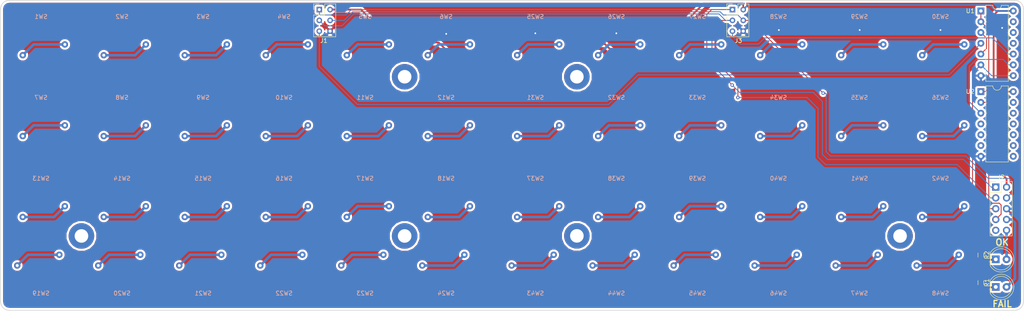
<source format=kicad_pcb>
(kicad_pcb (version 20170922) (host pcbnew "(2017-11-16 revision 00bb00016)-makepkg")
  (layers (0 F.Cu signal) (31 B.Cu signal) (34 B.Paste user) (35 F.Paste user) (36 B.SilkS user) (37 F.SilkS user) (38 B.Mask user) (39 F.Mask user) (44 Edge.Cuts user))
  (net 0 "")
  (net 1 GND)
  (net 2 "Net-(D1-Pad1)")
  (net 3 /test_FAIL)
  (net 4 /test_OK)
  (net 5 "Net-(D2-Pad1)")
  (net 6 MOSI)
  (net 7 VCC)
  (net 8 SCK)
  (net 9 MISO)
  (net 10 CS1)
  (net 11 "Net-(J2-Pad9)")
  (net 12 RPi_cs)
  (net 13 CS)
  (net 14 CS2)
  (net 15 "Net-(SW1-Pad1)")
  (net 16 "Net-(SW2-Pad1)")
  (net 17 "Net-(SW3-Pad1)")
  (net 18 "Net-(SW4-Pad1)")
  (net 19 "Net-(SW5-Pad1)")
  (net 20 "Net-(SW6-Pad1)")
  (net 21 "Net-(SW7-Pad1)")
  (net 22 "Net-(SW8-Pad1)")
  (net 23 "Net-(SW9-Pad1)")
  (net 24 "Net-(SW10-Pad1)")
  (net 25 "Net-(SW11-Pad1)")
  (net 26 "Net-(SW12-Pad1)")
  (net 27 "Net-(SW13-Pad1)")
  (net 28 "Net-(SW14-Pad1)")
  (net 29 "Net-(SW15-Pad1)")
  (net 30 "Net-(SW16-Pad1)")
  (net 31 "Net-(SW17-Pad1)")
  (net 32 "Net-(SW18-Pad1)")
  (net 33 "Net-(SW19-Pad1)")
  (net 34 "Net-(SW20-Pad1)")
  (net 35 "Net-(SW21-Pad1)")
  (net 36 "Net-(SW22-Pad1)")
  (net 37 "Net-(SW23-Pad1)")
  (net 38 "Net-(SW24-Pad1)")
  (net 39 "Net-(SW25-Pad1)")
  (net 40 "Net-(SW26-Pad1)")
  (net 41 "Net-(SW27-Pad1)")
  (net 42 "Net-(SW28-Pad1)")
  (net 43 "Net-(SW29-Pad1)")
  (net 44 "Net-(SW30-Pad1)")
  (net 45 "Net-(SW31-Pad1)")
  (net 46 "Net-(SW32-Pad1)")
  (net 47 "Net-(SW33-Pad1)")
  (net 48 "Net-(SW34-Pad1)")
  (net 49 "Net-(SW35-Pad1)")
  (net 50 "Net-(SW36-Pad1)")
  (net 51 "Net-(SW37-Pad1)")
  (net 52 "Net-(SW38-Pad1)")
  (net 53 "Net-(SW39-Pad1)")
  (net 54 "Net-(SW40-Pad1)")
  (net 55 "Net-(SW41-Pad1)")
  (net 56 "Net-(SW42-Pad1)")
  (net 57 "Net-(SW43-Pad1)")
  (net 58 "Net-(SW44-Pad1)")
  (net 59 "Net-(SW45-Pad1)")
  (net 60 "Net-(SW46-Pad1)")
  (net 61 "Net-(SW47-Pad1)")
  (net 62 "Net-(SW48-Pad1)")
  (net 63 "Net-(U1-Pad9)")
  (net 64 "Net-(U1-Pad3)")
  (module Pin_Headers:Pin_Header_Straight_2x03_Pitch2.54mm (layer F.Cu) (at 98.933 67.183)
    (fp_text reference J1 (at 1.067 7.317) (layer F.SilkS))
    (fp_text value SPI1)
    (pad 1 thru_hole rect (at 0 0) (size 1.3 1.3) (drill 0.7) (layers *.Cu *.Mask) (net 6 MOSI))
    (pad 2 thru_hole circle (at 2.54 0) (size 1.3 1.3) (drill 0.7) (layers *.Cu *.Mask) (net 7 VCC))
    (pad 3 thru_hole circle (at 0 2.54) (size 1.3 1.3) (drill 0.7) (layers *.Cu *.Mask) (net 8 SCK))
    (pad 4 thru_hole circle (at 2.54 2.54) (size 1.3 1.3) (drill 0.7) (layers *.Cu *.Mask) (net 9 MISO))
    (pad 5 thru_hole circle (at 0 5.08) (size 1.3 1.3) (drill 0.7) (layers *.Cu *.Mask) (net 10 CS1))
    (pad 6 thru_hole circle (at 2.54 5.08) (size 1.3 1.3) (drill 0.7) (layers *.Cu *.Mask) (net 1 GND))
  )
  (module Pin_Headers:Pin_Header_Straight_2x03_Pitch2.54mm (layer F.Cu) (at 196.088 67.183)
    (fp_text reference J3 (at 1.412 7.317) (layer F.SilkS))
    (fp_text value SPI2)
    (pad 6 thru_hole circle (at 2.54 5.08) (size 1.3 1.3) (drill 0.7) (layers *.Cu *.Mask) (net 1 GND))
    (pad 5 thru_hole circle (at 0 5.08) (size 1.3 1.3) (drill 0.7) (layers *.Cu *.Mask) (net 14 CS2))
    (pad 4 thru_hole circle (at 2.54 2.54) (size 1.3 1.3) (drill 0.7) (layers *.Cu *.Mask) (net 9 MISO))
    (pad 3 thru_hole circle (at 0 2.54) (size 1.3 1.3) (drill 0.7) (layers *.Cu *.Mask) (net 8 SCK))
    (pad 2 thru_hole circle (at 2.54 0) (size 1.3 1.3) (drill 0.7) (layers *.Cu *.Mask) (net 7 VCC))
    (pad 1 thru_hole rect (at 0 0) (size 1.3 1.3) (drill 0.7) (layers *.Cu *.Mask) (net 6 MOSI))
  )
  (module CherryMX:Kailh-socket-P50-Q1-probe (layer F.Cu) (at 187.85 72.85 180)
    (fp_text reference SW27 (at 0 4) (layer B.SilkS) (effects (justify mirror)))
    (fp_text value SW_Push)
    (pad 2 thru_hole circle (at 4.3 -5.08 180) (size 1.5 1.5) (drill 0.7) (layers *.Cu *.Mask) (net 41 "Net-(SW27-Pad1)"))
    (pad 1 thru_hole circle (at -5.6 -2.54 180) (size 1.5 1.5) (drill 0.7) (layers *.Cu *.Mask) (net 41 "Net-(SW27-Pad1)"))
  )
  (module CherryMX:Kailh-socket-P50-Q1-probe (layer F.Cu) (at 109.7 72.85 180)
    (fp_text reference SW5 (at 0 4) (layer B.SilkS) (effects (justify mirror)))
    (fp_text value SW_Push)
    (pad 2 thru_hole circle (at 4.3 -5.08 180) (size 1.5 1.5) (drill 0.7) (layers *.Cu *.Mask) (net 19 "Net-(SW5-Pad1)"))
    (pad 1 thru_hole circle (at -5.6 -2.54 180) (size 1.5 1.5) (drill 0.7) (layers *.Cu *.Mask) (net 19 "Net-(SW5-Pad1)"))
  )
  (module CherryMX:Kailh-socket-P50-Q1-probe (layer F.Cu) (at 245 130)
    (fp_text reference SW48 (at 0 4 -180) (layer B.SilkS) (effects (justify mirror)))
    (fp_text value SW_Push)
    (pad 2 thru_hole circle (at 4.3 -5.08) (size 1.5 1.5) (drill 0.7) (layers *.Cu *.Mask) (net 62 "Net-(SW48-Pad1)"))
    (pad 1 thru_hole circle (at -5.6 -2.54) (size 1.5 1.5) (drill 0.7) (layers *.Cu *.Mask) (net 62 "Net-(SW48-Pad1)"))
  )
  (module CherryMX:Kailh-socket-P50-Q1-probe (layer F.Cu) (at 225.95 130)
    (fp_text reference SW47 (at 0 4 -180) (layer B.SilkS) (effects (justify mirror)))
    (fp_text value SW_Push)
    (pad 2 thru_hole circle (at 4.3 -5.08) (size 1.5 1.5) (drill 0.7) (layers *.Cu *.Mask) (net 61 "Net-(SW47-Pad1)"))
    (pad 1 thru_hole circle (at -5.6 -2.54) (size 1.5 1.5) (drill 0.7) (layers *.Cu *.Mask) (net 61 "Net-(SW47-Pad1)"))
  )
  (module CherryMX:Kailh-socket-P50-Q1-probe (layer F.Cu) (at 206.9 130)
    (fp_text reference SW46 (at 0 4 -180) (layer B.SilkS) (effects (justify mirror)))
    (fp_text value SW_Push)
    (pad 2 thru_hole circle (at 4.3 -5.08) (size 1.5 1.5) (drill 0.7) (layers *.Cu *.Mask) (net 60 "Net-(SW46-Pad1)"))
    (pad 1 thru_hole circle (at -5.6 -2.54) (size 1.5 1.5) (drill 0.7) (layers *.Cu *.Mask) (net 60 "Net-(SW46-Pad1)"))
  )
  (module CherryMX:Kailh-socket-P50-Q1-probe (layer F.Cu) (at 187.85 130)
    (fp_text reference SW45 (at 0 4 -180) (layer B.SilkS) (effects (justify mirror)))
    (fp_text value SW_Push)
    (pad 2 thru_hole circle (at 4.3 -5.08) (size 1.5 1.5) (drill 0.7) (layers *.Cu *.Mask) (net 59 "Net-(SW45-Pad1)"))
    (pad 1 thru_hole circle (at -5.6 -2.54) (size 1.5 1.5) (drill 0.7) (layers *.Cu *.Mask) (net 59 "Net-(SW45-Pad1)"))
  )
  (module CherryMX:Kailh-socket-P50-Q1-probe (layer F.Cu) (at 168.8 130)
    (fp_text reference SW44 (at 0 4 -180) (layer B.SilkS) (effects (justify mirror)))
    (fp_text value SW_Push)
    (pad 2 thru_hole circle (at 4.3 -5.08) (size 1.5 1.5) (drill 0.7) (layers *.Cu *.Mask) (net 58 "Net-(SW44-Pad1)"))
    (pad 1 thru_hole circle (at -5.6 -2.54) (size 1.5 1.5) (drill 0.7) (layers *.Cu *.Mask) (net 58 "Net-(SW44-Pad1)"))
  )
  (module CherryMX:Kailh-socket-P50-Q1-probe (layer F.Cu) (at 149.75 130)
    (fp_text reference SW43 (at 0 4 -180) (layer B.SilkS) (effects (justify mirror)))
    (fp_text value SW_Push)
    (pad 2 thru_hole circle (at 4.3 -5.08) (size 1.5 1.5) (drill 0.7) (layers *.Cu *.Mask) (net 57 "Net-(SW43-Pad1)"))
    (pad 1 thru_hole circle (at -5.6 -2.54) (size 1.5 1.5) (drill 0.7) (layers *.Cu *.Mask) (net 57 "Net-(SW43-Pad1)"))
  )
  (module CherryMX:Kailh-socket-P50-Q1-probe (layer F.Cu) (at 245 110.95 180)
    (fp_text reference SW42 (at 0 4) (layer B.SilkS) (effects (justify mirror)))
    (fp_text value SW_Push)
    (pad 2 thru_hole circle (at 4.3 -5.08 180) (size 1.5 1.5) (drill 0.7) (layers *.Cu *.Mask) (net 56 "Net-(SW42-Pad1)"))
    (pad 1 thru_hole circle (at -5.6 -2.54 180) (size 1.5 1.5) (drill 0.7) (layers *.Cu *.Mask) (net 56 "Net-(SW42-Pad1)"))
  )
  (module CherryMX:Kailh-socket-P50-Q1-probe (layer F.Cu) (at 225.95 110.95 180)
    (fp_text reference SW41 (at 0 4) (layer B.SilkS) (effects (justify mirror)))
    (fp_text value SW_Push)
    (pad 2 thru_hole circle (at 4.3 -5.08 180) (size 1.5 1.5) (drill 0.7) (layers *.Cu *.Mask) (net 55 "Net-(SW41-Pad1)"))
    (pad 1 thru_hole circle (at -5.6 -2.54 180) (size 1.5 1.5) (drill 0.7) (layers *.Cu *.Mask) (net 55 "Net-(SW41-Pad1)"))
  )
  (module CherryMX:Kailh-socket-P50-Q1-probe (layer F.Cu) (at 206.9 110.95 180)
    (fp_text reference SW40 (at 0 4) (layer B.SilkS) (effects (justify mirror)))
    (fp_text value SW_Push)
    (pad 2 thru_hole circle (at 4.3 -5.08 180) (size 1.5 1.5) (drill 0.7) (layers *.Cu *.Mask) (net 54 "Net-(SW40-Pad1)"))
    (pad 1 thru_hole circle (at -5.6 -2.54 180) (size 1.5 1.5) (drill 0.7) (layers *.Cu *.Mask) (net 54 "Net-(SW40-Pad1)"))
  )
  (module CherryMX:Kailh-socket-P50-Q1-probe (layer F.Cu) (at 187.85 110.95 180)
    (fp_text reference SW39 (at 0 4) (layer B.SilkS) (effects (justify mirror)))
    (fp_text value SW_Push)
    (pad 2 thru_hole circle (at 4.3 -5.08 180) (size 1.5 1.5) (drill 0.7) (layers *.Cu *.Mask) (net 53 "Net-(SW39-Pad1)"))
    (pad 1 thru_hole circle (at -5.6 -2.54 180) (size 1.5 1.5) (drill 0.7) (layers *.Cu *.Mask) (net 53 "Net-(SW39-Pad1)"))
  )
  (module CherryMX:Kailh-socket-P50-Q1-probe (layer F.Cu) (at 168.8 110.95 180)
    (fp_text reference SW38 (at 0 4) (layer B.SilkS) (effects (justify mirror)))
    (fp_text value SW_Push)
    (pad 2 thru_hole circle (at 4.3 -5.08 180) (size 1.5 1.5) (drill 0.7) (layers *.Cu *.Mask) (net 52 "Net-(SW38-Pad1)"))
    (pad 1 thru_hole circle (at -5.6 -2.54 180) (size 1.5 1.5) (drill 0.7) (layers *.Cu *.Mask) (net 52 "Net-(SW38-Pad1)"))
  )
  (module CherryMX:Kailh-socket-P50-Q1-probe (layer F.Cu) (at 149.75 110.95 180)
    (fp_text reference SW37 (at 0 4) (layer B.SilkS) (effects (justify mirror)))
    (fp_text value SW_Push)
    (pad 2 thru_hole circle (at 4.3 -5.08 180) (size 1.5 1.5) (drill 0.7) (layers *.Cu *.Mask) (net 51 "Net-(SW37-Pad1)"))
    (pad 1 thru_hole circle (at -5.6 -2.54 180) (size 1.5 1.5) (drill 0.7) (layers *.Cu *.Mask) (net 51 "Net-(SW37-Pad1)"))
  )
  (module CherryMX:Kailh-socket-P50-Q1-probe (layer F.Cu) (at 245 91.9 180)
    (fp_text reference SW36 (at 0 4) (layer B.SilkS) (effects (justify mirror)))
    (fp_text value SW_Push)
    (pad 2 thru_hole circle (at 4.3 -5.08 180) (size 1.5 1.5) (drill 0.7) (layers *.Cu *.Mask) (net 50 "Net-(SW36-Pad1)"))
    (pad 1 thru_hole circle (at -5.6 -2.54 180) (size 1.5 1.5) (drill 0.7) (layers *.Cu *.Mask) (net 50 "Net-(SW36-Pad1)"))
  )
  (module CherryMX:Kailh-socket-P50-Q1-probe (layer F.Cu) (at 225.95 91.9 180)
    (fp_text reference SW35 (at 0 4) (layer B.SilkS) (effects (justify mirror)))
    (fp_text value SW_Push)
    (pad 2 thru_hole circle (at 4.3 -5.08 180) (size 1.5 1.5) (drill 0.7) (layers *.Cu *.Mask) (net 49 "Net-(SW35-Pad1)"))
    (pad 1 thru_hole circle (at -5.6 -2.54 180) (size 1.5 1.5) (drill 0.7) (layers *.Cu *.Mask) (net 49 "Net-(SW35-Pad1)"))
  )
  (module CherryMX:Kailh-socket-P50-Q1-probe (layer F.Cu) (at 206.9 91.9 180)
    (fp_text reference SW34 (at 0 4) (layer B.SilkS) (effects (justify mirror)))
    (fp_text value SW_Push)
    (pad 2 thru_hole circle (at 4.3 -5.08 180) (size 1.5 1.5) (drill 0.7) (layers *.Cu *.Mask) (net 48 "Net-(SW34-Pad1)"))
    (pad 1 thru_hole circle (at -5.6 -2.54 180) (size 1.5 1.5) (drill 0.7) (layers *.Cu *.Mask) (net 48 "Net-(SW34-Pad1)"))
  )
  (module CherryMX:Kailh-socket-P50-Q1-probe (layer F.Cu) (at 187.85 91.9 180)
    (fp_text reference SW33 (at 0 4) (layer B.SilkS) (effects (justify mirror)))
    (fp_text value SW_Push)
    (pad 2 thru_hole circle (at 4.3 -5.08 180) (size 1.5 1.5) (drill 0.7) (layers *.Cu *.Mask) (net 47 "Net-(SW33-Pad1)"))
    (pad 1 thru_hole circle (at -5.6 -2.54 180) (size 1.5 1.5) (drill 0.7) (layers *.Cu *.Mask) (net 47 "Net-(SW33-Pad1)"))
  )
  (module CherryMX:Kailh-socket-P50-Q1-probe (layer F.Cu) (at 168.8 91.9 180)
    (fp_text reference SW32 (at 0 4) (layer B.SilkS) (effects (justify mirror)))
    (fp_text value SW_Push)
    (pad 2 thru_hole circle (at 4.3 -5.08 180) (size 1.5 1.5) (drill 0.7) (layers *.Cu *.Mask) (net 46 "Net-(SW32-Pad1)"))
    (pad 1 thru_hole circle (at -5.6 -2.54 180) (size 1.5 1.5) (drill 0.7) (layers *.Cu *.Mask) (net 46 "Net-(SW32-Pad1)"))
  )
  (module CherryMX:Kailh-socket-P50-Q1-probe (layer F.Cu) (at 149.75 91.9 180)
    (fp_text reference SW31 (at 0 4) (layer B.SilkS) (effects (justify mirror)))
    (fp_text value SW_Push)
    (pad 2 thru_hole circle (at 4.3 -5.08 180) (size 1.5 1.5) (drill 0.7) (layers *.Cu *.Mask) (net 45 "Net-(SW31-Pad1)"))
    (pad 1 thru_hole circle (at -5.6 -2.54 180) (size 1.5 1.5) (drill 0.7) (layers *.Cu *.Mask) (net 45 "Net-(SW31-Pad1)"))
  )
  (module CherryMX:Kailh-socket-P50-Q1-probe (layer F.Cu) (at 245 72.85 180)
    (fp_text reference SW30 (at 0 4) (layer B.SilkS) (effects (justify mirror)))
    (fp_text value SW_Push)
    (pad 2 thru_hole circle (at 4.3 -5.08 180) (size 1.5 1.5) (drill 0.7) (layers *.Cu *.Mask) (net 44 "Net-(SW30-Pad1)"))
    (pad 1 thru_hole circle (at -5.6 -2.54 180) (size 1.5 1.5) (drill 0.7) (layers *.Cu *.Mask) (net 44 "Net-(SW30-Pad1)"))
  )
  (module CherryMX:Kailh-socket-P50-Q1-probe (layer F.Cu) (at 225.95 72.85 180)
    (fp_text reference SW29 (at 0 4) (layer B.SilkS) (effects (justify mirror)))
    (fp_text value SW_Push)
    (pad 2 thru_hole circle (at 4.3 -5.08 180) (size 1.5 1.5) (drill 0.7) (layers *.Cu *.Mask) (net 43 "Net-(SW29-Pad1)"))
    (pad 1 thru_hole circle (at -5.6 -2.54 180) (size 1.5 1.5) (drill 0.7) (layers *.Cu *.Mask) (net 43 "Net-(SW29-Pad1)"))
  )
  (module CherryMX:Kailh-socket-P50-Q1-probe (layer F.Cu) (at 206.9 72.85 180)
    (fp_text reference SW28 (at 0 4) (layer B.SilkS) (effects (justify mirror)))
    (fp_text value SW_Push)
    (pad 2 thru_hole circle (at 4.3 -5.08 180) (size 1.5 1.5) (drill 0.7) (layers *.Cu *.Mask) (net 42 "Net-(SW28-Pad1)"))
    (pad 1 thru_hole circle (at -5.6 -2.54 180) (size 1.5 1.5) (drill 0.7) (layers *.Cu *.Mask) (net 42 "Net-(SW28-Pad1)"))
  )
  (module CherryMX:Kailh-socket-P50-Q1-probe (layer F.Cu) (at 168.8 72.85 180)
    (fp_text reference SW26 (at 0 4) (layer B.SilkS) (effects (justify mirror)))
    (fp_text value SW_Push)
    (pad 2 thru_hole circle (at 4.3 -5.08 180) (size 1.5 1.5) (drill 0.7) (layers *.Cu *.Mask) (net 40 "Net-(SW26-Pad1)"))
    (pad 1 thru_hole circle (at -5.6 -2.54 180) (size 1.5 1.5) (drill 0.7) (layers *.Cu *.Mask) (net 40 "Net-(SW26-Pad1)"))
  )
  (module CherryMX:Kailh-socket-P50-Q1-probe (layer F.Cu) (at 109.7 91.9 180)
    (fp_text reference SW11 (at 0 4) (layer B.SilkS) (effects (justify mirror)))
    (fp_text value SW_Push)
    (pad 2 thru_hole circle (at 4.3 -5.08 180) (size 1.5 1.5) (drill 0.7) (layers *.Cu *.Mask) (net 25 "Net-(SW11-Pad1)"))
    (pad 1 thru_hole circle (at -5.6 -2.54 180) (size 1.5 1.5) (drill 0.7) (layers *.Cu *.Mask) (net 25 "Net-(SW11-Pad1)"))
  )
  (module CherryMX:Kailh-socket-P50-Q1-probe (layer F.Cu) (at 90.65 110.95 180)
    (fp_text reference SW16 (at 0 4) (layer B.SilkS) (effects (justify mirror)))
    (fp_text value SW_Push)
    (pad 2 thru_hole circle (at 4.3 -5.08 180) (size 1.5 1.5) (drill 0.7) (layers *.Cu *.Mask) (net 30 "Net-(SW16-Pad1)"))
    (pad 1 thru_hole circle (at -5.6 -2.54 180) (size 1.5 1.5) (drill 0.7) (layers *.Cu *.Mask) (net 30 "Net-(SW16-Pad1)"))
  )
  (module CherryMX:Kailh-socket-P50-Q1-probe (layer F.Cu) (at 52.55 110.95 180)
    (fp_text reference SW14 (at 0 4) (layer B.SilkS) (effects (justify mirror)))
    (fp_text value SW_Push)
    (pad 2 thru_hole circle (at 4.3 -5.08 180) (size 1.5 1.5) (drill 0.7) (layers *.Cu *.Mask) (net 28 "Net-(SW14-Pad1)"))
    (pad 1 thru_hole circle (at -5.6 -2.54 180) (size 1.5 1.5) (drill 0.7) (layers *.Cu *.Mask) (net 28 "Net-(SW14-Pad1)"))
  )
  (module CherryMX:Kailh-socket-P50-Q1-probe (layer F.Cu) (at 71.6 130)
    (fp_text reference SW21 (at 0 4 -180) (layer B.SilkS) (effects (justify mirror)))
    (fp_text value SW_Push)
    (pad 2 thru_hole circle (at 4.3 -5.08) (size 1.5 1.5) (drill 0.7) (layers *.Cu *.Mask) (net 35 "Net-(SW21-Pad1)"))
    (pad 1 thru_hole circle (at -5.6 -2.54) (size 1.5 1.5) (drill 0.7) (layers *.Cu *.Mask) (net 35 "Net-(SW21-Pad1)"))
  )
  (module CherryMX:Kailh-socket-P50-Q1-probe (layer F.Cu) (at 90.65 130)
    (fp_text reference SW22 (at 0 4 -180) (layer B.SilkS) (effects (justify mirror)))
    (fp_text value SW_Push)
    (pad 2 thru_hole circle (at 4.3 -5.08) (size 1.5 1.5) (drill 0.7) (layers *.Cu *.Mask) (net 36 "Net-(SW22-Pad1)"))
    (pad 1 thru_hole circle (at -5.6 -2.54) (size 1.5 1.5) (drill 0.7) (layers *.Cu *.Mask) (net 36 "Net-(SW22-Pad1)"))
  )
  (module CherryMX:Kailh-socket-P50-Q1-probe (layer F.Cu) (at 128.75 130)
    (fp_text reference SW24 (at 0 4 -180) (layer B.SilkS) (effects (justify mirror)))
    (fp_text value SW_Push)
    (pad 2 thru_hole circle (at 4.3 -5.08) (size 1.5 1.5) (drill 0.7) (layers *.Cu *.Mask) (net 38 "Net-(SW24-Pad1)"))
    (pad 1 thru_hole circle (at -5.6 -2.54) (size 1.5 1.5) (drill 0.7) (layers *.Cu *.Mask) (net 38 "Net-(SW24-Pad1)"))
  )
  (module CherryMX:Kailh-socket-P50-Q1-probe (layer F.Cu) (at 128.75 110.95 180)
    (fp_text reference SW18 (at 0 4) (layer B.SilkS) (effects (justify mirror)))
    (fp_text value SW_Push)
    (pad 2 thru_hole circle (at 4.3 -5.08 180) (size 1.5 1.5) (drill 0.7) (layers *.Cu *.Mask) (net 32 "Net-(SW18-Pad1)"))
    (pad 1 thru_hole circle (at -5.6 -2.54 180) (size 1.5 1.5) (drill 0.7) (layers *.Cu *.Mask) (net 32 "Net-(SW18-Pad1)"))
  )
  (module CherryMX:Kailh-socket-P50-Q1-probe (layer F.Cu) (at 90.65 72.85 180)
    (fp_text reference SW4 (at 0 4) (layer B.SilkS) (effects (justify mirror)))
    (fp_text value SW_Push)
    (pad 2 thru_hole circle (at 4.3 -5.08 180) (size 1.5 1.5) (drill 0.7) (layers *.Cu *.Mask) (net 18 "Net-(SW4-Pad1)"))
    (pad 1 thru_hole circle (at -5.6 -2.54 180) (size 1.5 1.5) (drill 0.7) (layers *.Cu *.Mask) (net 18 "Net-(SW4-Pad1)"))
  )
  (module CherryMX:Kailh-socket-P50-Q1-probe (layer F.Cu) (at 52.55 72.85 180)
    (fp_text reference SW2 (at 0 4) (layer B.SilkS) (effects (justify mirror)))
    (fp_text value SW_Push)
    (pad 2 thru_hole circle (at 4.3 -5.08 180) (size 1.5 1.5) (drill 0.7) (layers *.Cu *.Mask) (net 16 "Net-(SW2-Pad1)"))
    (pad 1 thru_hole circle (at -5.6 -2.54 180) (size 1.5 1.5) (drill 0.7) (layers *.Cu *.Mask) (net 16 "Net-(SW2-Pad1)"))
  )
  (module CherryMX:Kailh-socket-P50-Q1-probe (layer F.Cu) (at 90.65 91.9 180)
    (fp_text reference SW10 (at 0 4) (layer B.SilkS) (effects (justify mirror)))
    (fp_text value SW_Push)
    (pad 2 thru_hole circle (at 4.3 -5.08 180) (size 1.5 1.5) (drill 0.7) (layers *.Cu *.Mask) (net 24 "Net-(SW10-Pad1)"))
    (pad 1 thru_hole circle (at -5.6 -2.54 180) (size 1.5 1.5) (drill 0.7) (layers *.Cu *.Mask) (net 24 "Net-(SW10-Pad1)"))
  )
  (module CherryMX:Kailh-socket-P50-Q1-probe (layer F.Cu) (at 33.5 130)
    (fp_text reference SW19 (at 0 4 -180) (layer B.SilkS) (effects (justify mirror)))
    (fp_text value SW_Push)
    (pad 2 thru_hole circle (at 4.3 -5.08) (size 1.5 1.5) (drill 0.7) (layers *.Cu *.Mask) (net 33 "Net-(SW19-Pad1)"))
    (pad 1 thru_hole circle (at -5.6 -2.54) (size 1.5 1.5) (drill 0.7) (layers *.Cu *.Mask) (net 33 "Net-(SW19-Pad1)"))
  )
  (module CherryMX:Kailh-socket-P50-Q1-probe (layer F.Cu) (at 52.55 130)
    (fp_text reference SW20 (at 0 4 -180) (layer B.SilkS) (effects (justify mirror)))
    (fp_text value SW_Push)
    (pad 2 thru_hole circle (at 4.3 -5.08) (size 1.5 1.5) (drill 0.7) (layers *.Cu *.Mask) (net 34 "Net-(SW20-Pad1)"))
    (pad 1 thru_hole circle (at -5.6 -2.54) (size 1.5 1.5) (drill 0.7) (layers *.Cu *.Mask) (net 34 "Net-(SW20-Pad1)"))
  )
  (module CherryMX:Kailh-socket-P50-Q1-probe (layer F.Cu) (at 71.6 110.95 180)
    (fp_text reference SW15 (at 0 4) (layer B.SilkS) (effects (justify mirror)))
    (fp_text value SW_Push)
    (pad 2 thru_hole circle (at 4.3 -5.08 180) (size 1.5 1.5) (drill 0.7) (layers *.Cu *.Mask) (net 29 "Net-(SW15-Pad1)"))
    (pad 1 thru_hole circle (at -5.6 -2.54 180) (size 1.5 1.5) (drill 0.7) (layers *.Cu *.Mask) (net 29 "Net-(SW15-Pad1)"))
  )
  (module CherryMX:Kailh-socket-P50-Q1-probe (layer F.Cu) (at 128.75 91.9 180)
    (fp_text reference SW12 (at 0 4) (layer B.SilkS) (effects (justify mirror)))
    (fp_text value SW_Push)
    (pad 2 thru_hole circle (at 4.3 -5.08 180) (size 1.5 1.5) (drill 0.7) (layers *.Cu *.Mask) (net 26 "Net-(SW12-Pad1)"))
    (pad 1 thru_hole circle (at -5.6 -2.54 180) (size 1.5 1.5) (drill 0.7) (layers *.Cu *.Mask) (net 26 "Net-(SW12-Pad1)"))
  )
  (module CherryMX:Kailh-socket-P50-Q1-probe (layer F.Cu) (at 128.75 72.85 180)
    (fp_text reference SW6 (at 0 4) (layer B.SilkS) (effects (justify mirror)))
    (fp_text value SW_Push)
    (pad 2 thru_hole circle (at 4.3 -5.08 180) (size 1.5 1.5) (drill 0.7) (layers *.Cu *.Mask) (net 20 "Net-(SW6-Pad1)"))
    (pad 1 thru_hole circle (at -5.6 -2.54 180) (size 1.5 1.5) (drill 0.7) (layers *.Cu *.Mask) (net 20 "Net-(SW6-Pad1)"))
  )
  (module CherryMX:Kailh-socket-P50-Q1-probe (layer F.Cu) (at 33.5 91.9 180)
    (fp_text reference SW7 (at 0 4) (layer B.SilkS) (effects (justify mirror)))
    (fp_text value SW_Push)
    (pad 2 thru_hole circle (at 4.3 -5.08 180) (size 1.5 1.5) (drill 0.7) (layers *.Cu *.Mask) (net 21 "Net-(SW7-Pad1)"))
    (pad 1 thru_hole circle (at -5.6 -2.54 180) (size 1.5 1.5) (drill 0.7) (layers *.Cu *.Mask) (net 21 "Net-(SW7-Pad1)"))
  )
  (module CherryMX:Kailh-socket-P50-Q1-probe (layer F.Cu) (at 52.55 91.9 180)
    (fp_text reference SW8 (at 0 4) (layer B.SilkS) (effects (justify mirror)))
    (fp_text value SW_Push)
    (pad 2 thru_hole circle (at 4.3 -5.08 180) (size 1.5 1.5) (drill 0.7) (layers *.Cu *.Mask) (net 22 "Net-(SW8-Pad1)"))
    (pad 1 thru_hole circle (at -5.6 -2.54 180) (size 1.5 1.5) (drill 0.7) (layers *.Cu *.Mask) (net 22 "Net-(SW8-Pad1)"))
  )
  (module CherryMX:Kailh-socket-P50-Q1-probe (layer F.Cu) (at 71.6 91.9 180)
    (fp_text reference SW9 (at 0 4) (layer B.SilkS) (effects (justify mirror)))
    (fp_text value SW_Push)
    (pad 2 thru_hole circle (at 4.3 -5.08 180) (size 1.5 1.5) (drill 0.7) (layers *.Cu *.Mask) (net 23 "Net-(SW9-Pad1)"))
    (pad 1 thru_hole circle (at -5.6 -2.54 180) (size 1.5 1.5) (drill 0.7) (layers *.Cu *.Mask) (net 23 "Net-(SW9-Pad1)"))
  )
  (module CherryMX:Kailh-socket-P50-Q1-probe (layer F.Cu) (at 33.5 110.95 180)
    (fp_text reference SW13 (at 0 4) (layer B.SilkS) (effects (justify mirror)))
    (fp_text value SW_Push)
    (pad 2 thru_hole circle (at 4.3 -5.08 180) (size 1.5 1.5) (drill 0.7) (layers *.Cu *.Mask) (net 27 "Net-(SW13-Pad1)"))
    (pad 1 thru_hole circle (at -5.6 -2.54 180) (size 1.5 1.5) (drill 0.7) (layers *.Cu *.Mask) (net 27 "Net-(SW13-Pad1)"))
  )
  (module CherryMX:Kailh-socket-P50-Q1-probe (layer F.Cu) (at 109.7 110.95 180)
    (fp_text reference SW17 (at 0 4) (layer B.SilkS) (effects (justify mirror)))
    (fp_text value SW_Push)
    (pad 2 thru_hole circle (at 4.3 -5.08 180) (size 1.5 1.5) (drill 0.7) (layers *.Cu *.Mask) (net 31 "Net-(SW17-Pad1)"))
    (pad 1 thru_hole circle (at -5.6 -2.54 180) (size 1.5 1.5) (drill 0.7) (layers *.Cu *.Mask) (net 31 "Net-(SW17-Pad1)"))
  )
  (module CherryMX:Kailh-socket-P50-Q1-probe (layer F.Cu) (at 109.7 130)
    (fp_text reference SW23 (at 0 4 -180) (layer B.SilkS) (effects (justify mirror)))
    (fp_text value SW_Push)
    (pad 2 thru_hole circle (at 4.3 -5.08) (size 1.5 1.5) (drill 0.7) (layers *.Cu *.Mask) (net 37 "Net-(SW23-Pad1)"))
    (pad 1 thru_hole circle (at -5.6 -2.54) (size 1.5 1.5) (drill 0.7) (layers *.Cu *.Mask) (net 37 "Net-(SW23-Pad1)"))
  )
  (module CherryMX:Kailh-socket-P50-Q1-probe (layer F.Cu) (at 71.6 72.85 180)
    (fp_text reference SW3 (at 0 4) (layer B.SilkS) (effects (justify mirror)))
    (fp_text value SW_Push)
    (pad 2 thru_hole circle (at 4.3 -5.08 180) (size 1.5 1.5) (drill 0.7) (layers *.Cu *.Mask) (net 17 "Net-(SW3-Pad1)"))
    (pad 1 thru_hole circle (at -5.6 -2.54 180) (size 1.5 1.5) (drill 0.7) (layers *.Cu *.Mask) (net 17 "Net-(SW3-Pad1)"))
  )
  (module CherryMX:Kailh-socket-P50-Q1-probe (layer F.Cu) (at 149.75 72.85 180)
    (fp_text reference SW25 (at 0 4) (layer B.SilkS) (effects (justify mirror)))
    (fp_text value SW_Push)
    (pad 2 thru_hole circle (at 4.3 -5.08 180) (size 1.5 1.5) (drill 0.7) (layers *.Cu *.Mask) (net 39 "Net-(SW25-Pad1)"))
    (pad 1 thru_hole circle (at -5.6 -2.54 180) (size 1.5 1.5) (drill 0.7) (layers *.Cu *.Mask) (net 39 "Net-(SW25-Pad1)"))
  )
  (module CherryMX:Kailh-socket-P50-Q1-probe (layer F.Cu) (at 33.5 72.85 180)
    (fp_text reference SW1 (at 0 4) (layer B.SilkS) (effects (justify mirror)))
    (fp_text value SW_Push)
    (pad 2 thru_hole circle (at 4.3 -5.08 180) (size 1.5 1.5) (drill 0.7) (layers *.Cu *.Mask) (net 15 "Net-(SW1-Pad1)"))
    (pad 1 thru_hole circle (at -5.6 -2.54 180) (size 1.5 1.5) (drill 0.7) (layers *.Cu *.Mask) (net 15 "Net-(SW1-Pad1)"))
  )
  (module Connect:1pin (layer F.Cu) (at 235.491 120.488)
    (fp_text reference REF** hide)
    (fp_text value 1pin)
    (pad "" np_thru_hole circle (at 0.009 0.012) (size 6 6) (drill 3.2) (layers *.Cu *.Mask))
  )
  (module Connect:1pin (layer F.Cu) (at 159.85 120.523)
    (fp_text reference REF** hide)
    (fp_text value 1pin)
    (pad "" np_thru_hole circle (at -0.35 -0.05) (size 6 6) (drill 3.2) (layers *.Cu *.Mask))
  )
  (module Connect:1pin (layer F.Cu) (at 159.7 82.45)
    (fp_text reference REF** hide)
    (fp_text value 1pin)
    (pad "" np_thru_hole circle (at -0.2 0.55) (size 6 6) (drill 3.2) (layers *.Cu *.Mask))
  )
  (module Connect:1pin (layer F.Cu) (at 119.2 82.45)
    (fp_text reference REF** hide)
    (fp_text value 1pin)
    (pad "" np_thru_hole circle (at -0.2 0.55) (size 6 6) (drill 3.2) (layers *.Cu *.Mask))
  )
  (module Connect:1pin (layer F.Cu) (at 42.991 120.488)
    (fp_text reference REF** hide)
    (fp_text value 1pin)
    (pad "" np_thru_hole circle (at 0.009 0.012) (size 6 6) (drill 3.2) (layers *.Cu *.Mask))
  )
  (module Connect:1pin (layer F.Cu) (at 119.35 120.55)
    (fp_text reference REF** hide)
    (fp_text value 1pin)
    (pad "" np_thru_hole circle (at -0.35 -0.05) (size 6 6) (drill 3.2) (layers *.Cu *.Mask))
  )
  (module LEDs:LED_D5.0mm (layer F.Cu) (at 258 132.5)
    (fp_text reference D1 hide)
    (fp_text value RED)
    (pad 1 thru_hole rect (at 0 0) (size 1.8 1.8) (drill 0.9) (layers *.Cu *.Mask) (net 2 "Net-(D1-Pad1)"))
    (pad 2 thru_hole circle (at 2.54 0) (size 1.8 1.8) (drill 0.9) (layers *.Cu *.Mask) (net 3 /test_FAIL))
  )
  (module LEDs:LED_D5.0mm (layer F.Cu) (at 258 126)
    (fp_text reference D2 hide)
    (fp_text value GREEN)
    (pad 2 thru_hole circle (at 2.54 0) (size 1.8 1.8) (drill 0.9) (layers *.Cu *.Mask) (net 4 /test_OK))
    (pad 1 thru_hole rect (at 0 0) (size 1.8 1.8) (drill 0.9) (layers *.Cu *.Mask) (net 5 "Net-(D2-Pad1)"))
  )
  (module Pin_Headers:Pin_Header_Straight_2x05_Pitch2.54mm (layer F.Cu) (at 258 109)
    (fp_text reference J2 (at 1.27 -2.33) (layer F.SilkS))
    (fp_text value PROG)
    (pad 10 thru_hole oval (at 2.54 10.16) (size 1.7 1.7) (drill 1) (layers *.Cu *.Mask) (net 4 /test_OK))
    (pad 9 thru_hole oval (at 0 10.16) (size 1.7 1.7) (drill 1) (layers *.Cu *.Mask) (net 11 "Net-(J2-Pad9)"))
    (pad 8 thru_hole oval (at 2.54 7.62) (size 1.7 1.7) (drill 1) (layers *.Cu *.Mask) (net 3 /test_FAIL))
    (pad 7 thru_hole oval (at 0 7.62) (size 1.7 1.7) (drill 1) (layers *.Cu *.Mask) (net 12 RPi_cs))
    (pad 6 thru_hole oval (at 2.54 5.08) (size 1.7 1.7) (drill 1) (layers *.Cu *.Mask) (net 1 GND))
    (pad 5 thru_hole oval (at 0 5.08) (size 1.7 1.7) (drill 1) (layers *.Cu *.Mask) (net 13 CS))
    (pad 4 thru_hole oval (at 2.54 2.54) (size 1.7 1.7) (drill 1) (layers *.Cu *.Mask) (net 9 MISO))
    (pad 3 thru_hole oval (at 0 2.54) (size 1.7 1.7) (drill 1) (layers *.Cu *.Mask) (net 8 SCK))
    (pad 2 thru_hole oval (at 2.54 0) (size 1.7 1.7) (drill 1) (layers *.Cu *.Mask) (net 7 VCC))
    (pad 1 thru_hole rect (at 0 0) (size 1.7 1.7) (drill 1) (layers *.Cu *.Mask) (net 6 MOSI))
  )
  (module Resistors_SMD:R_0603_HandSoldering (layer F.Cu) (at 254.5 131.5 270)
    (fp_text reference R1 (at 0 -1.45 270) (layer F.SilkS))
    (fp_text value 200)
    (pad 1 smd rect (at -1.1 0 270) (size 1.2 0.9) (layers F.Cu F.Paste F.Mask) (net 1 GND))
    (pad 2 smd rect (at 1.1 0 270) (size 1.2 0.9) (layers F.Cu F.Paste F.Mask) (net 2 "Net-(D1-Pad1)"))
  )
  (module Resistors_SMD:R_0603_HandSoldering (layer F.Cu) (at 254.5 125 270)
    (fp_text reference R2 (at 0 -1.45 270) (layer F.SilkS))
    (fp_text value 200)
    (pad 2 smd rect (at 1.1 0 270) (size 1.2 0.9) (layers F.Cu F.Paste F.Mask) (net 5 "Net-(D2-Pad1)"))
    (pad 1 smd rect (at -1.1 0 270) (size 1.2 0.9) (layers F.Cu F.Paste F.Mask) (net 1 GND))
  )
  (module Housings_DIP:DIP-14_W7.62mm (layer F.Cu) (at 254.5 67.5)
    (fp_text reference U1 (at -2.5 0) (layer F.SilkS))
    (fp_text value 4081)
    (pad 1 thru_hole rect (at 0 0) (size 1.6 1.6) (drill 0.8) (layers *.Cu *.Mask) (net 12 RPi_cs))
    (pad 8 thru_hole oval (at 7.62 15.24) (size 1.6 1.6) (drill 0.8) (layers *.Cu *.Mask) (net 13 CS))
    (pad 2 thru_hole oval (at 0 2.54) (size 1.6 1.6) (drill 0.8) (layers *.Cu *.Mask) (net 12 RPi_cs))
    (pad 9 thru_hole oval (at 7.62 12.7) (size 1.6 1.6) (drill 0.8) (layers *.Cu *.Mask) (net 63 "Net-(U1-Pad9)"))
    (pad 3 thru_hole oval (at 0 5.08) (size 1.6 1.6) (drill 0.8) (layers *.Cu *.Mask) (net 64 "Net-(U1-Pad3)"))
    (pad 10 thru_hole oval (at 7.62 10.16) (size 1.6 1.6) (drill 0.8) (layers *.Cu *.Mask) (net 14 CS2))
    (pad 4 thru_hole oval (at 0 7.62) (size 1.6 1.6) (drill 0.8) (layers *.Cu *.Mask) (net 10 CS1))
    (pad 11 thru_hole oval (at 7.62 7.62) (size 1.6 1.6) (drill 0.8) (layers *.Cu *.Mask))
    (pad 5 thru_hole oval (at 0 10.16) (size 1.6 1.6) (drill 0.8) (layers *.Cu *.Mask) (net 64 "Net-(U1-Pad3)"))
    (pad 12 thru_hole oval (at 7.62 5.08) (size 1.6 1.6) (drill 0.8) (layers *.Cu *.Mask))
    (pad 6 thru_hole oval (at 0 12.7) (size 1.6 1.6) (drill 0.8) (layers *.Cu *.Mask) (net 13 CS))
    (pad 13 thru_hole oval (at 7.62 2.54) (size 1.6 1.6) (drill 0.8) (layers *.Cu *.Mask))
    (pad 7 thru_hole oval (at 0 15.24) (size 1.6 1.6) (drill 0.8) (layers *.Cu *.Mask) (net 1 GND))
    (pad 14 thru_hole oval (at 7.62 0) (size 1.6 1.6) (drill 0.8) (layers *.Cu *.Mask) (net 7 VCC))
  )
  (module Housings_DIP:DIP-14_W7.62mm (layer F.Cu) (at 254.5 86.5)
    (fp_text reference U2 (at -2.5 0) (layer F.SilkS))
    (fp_text value 4011)
    (pad 14 thru_hole oval (at 7.62 0) (size 1.6 1.6) (drill 0.8) (layers *.Cu *.Mask) (net 7 VCC))
    (pad 7 thru_hole oval (at 0 15.24) (size 1.6 1.6) (drill 0.8) (layers *.Cu *.Mask) (net 1 GND))
    (pad 13 thru_hole oval (at 7.62 2.54) (size 1.6 1.6) (drill 0.8) (layers *.Cu *.Mask))
    (pad 6 thru_hole oval (at 0 12.7) (size 1.6 1.6) (drill 0.8) (layers *.Cu *.Mask))
    (pad 12 thru_hole oval (at 7.62 5.08) (size 1.6 1.6) (drill 0.8) (layers *.Cu *.Mask))
    (pad 5 thru_hole oval (at 0 10.16) (size 1.6 1.6) (drill 0.8) (layers *.Cu *.Mask))
    (pad 11 thru_hole oval (at 7.62 7.62) (size 1.6 1.6) (drill 0.8) (layers *.Cu *.Mask))
    (pad 4 thru_hole oval (at 0 7.62) (size 1.6 1.6) (drill 0.8) (layers *.Cu *.Mask))
    (pad 10 thru_hole oval (at 7.62 10.16) (size 1.6 1.6) (drill 0.8) (layers *.Cu *.Mask))
    (pad 3 thru_hole oval (at 0 5.08) (size 1.6 1.6) (drill 0.8) (layers *.Cu *.Mask) (net 63 "Net-(U1-Pad9)"))
    (pad 9 thru_hole oval (at 7.62 12.7) (size 1.6 1.6) (drill 0.8) (layers *.Cu *.Mask))
    (pad 2 thru_hole oval (at 0 2.54) (size 1.6 1.6) (drill 0.8) (layers *.Cu *.Mask) (net 12 RPi_cs))
    (pad 8 thru_hole oval (at 7.62 15.24) (size 1.6 1.6) (drill 0.8) (layers *.Cu *.Mask))
    (pad 1 thru_hole rect (at 0 0) (size 1.6 1.6) (drill 0.8) (layers *.Cu *.Mask) (net 12 RPi_cs))
  )
  (gr_text OK (at 259.5 122) (layer F.SilkS) (effects (font (size 1.5 1.5) (thickness 0.3))))
  (gr_text FAIL (at 259.5 136.5) (layer F.SilkS) (effects (font (size 1.5 1.5) (thickness 0.3))))
  (gr_line (start 26 138) (end 262.5 138) (angle 90) (layer Edge.Cuts) (width 0.15))
  (gr_arc (start 262.5 136) (end 262.5 138) (angle -90) (layer Edge.Cuts) (width 0.15))
  (gr_line (start 264.5 136) (end 264.5 67) (angle 90) (layer Edge.Cuts) (width 0.15))
  (gr_arc (start 262.5 67) (end 264.5 67) (angle -90) (layer Edge.Cuts) (width 0.15))
  (gr_arc (start 26 67) (end 24 67) (angle 90) (layer Edge.Cuts) (width 0.15))
  (gr_arc (start 26 136) (end 26 138) (angle 90) (layer Edge.Cuts) (width 0.15))
  (gr_line (start 24 136) (end 24 67) (angle 90) (layer Edge.Cuts) (width 0.15))
  (gr_line (start 26 65) (end 262.5 65) (layer Edge.Cuts) (width 0.15))
  (segment (start 254.5 123.9) (end 254.5 122.182) (width 0.4064) (layer F.Cu) (net 1))
  (segment (start 254.5 122.182) (end 255.182 121.5) (width 0.4064) (layer F.Cu) (net 1))
  (segment (start 255.182 121.5) (end 261.5 121.5) (width 0.4064) (layer F.Cu) (net 1))
  (segment (start 261.5 121.5) (end 262.5 120.5) (width 0.4064) (layer F.Cu) (net 1))
  (segment (start 262.5 120.5) (end 262.5 116.04) (width 0.4064) (layer F.Cu) (net 1))
  (segment (start 262.5 116.04) (end 260.54 114.08) (width 0.4064) (layer F.Cu) (net 1))
  (via (at 207 72) (size 0.8) (drill 0.4) (layers F.Cu B.Cu) (net 1))
  (via (at 226 72) (size 0.8) (drill 0.4) (layers F.Cu B.Cu) (net 1))
  (via (at 245 72) (size 0.8) (drill 0.4) (layers F.Cu B.Cu) (net 1))
  (via (at 259.5 71.5) (size 0.8) (drill 0.4) (layers F.Cu B.Cu) (net 1))
  (segment (start 254.5 123.9) (end 253.6436 123.9) (width 0.4064) (layer F.Cu) (net 1))
  (segment (start 253.6436 123.9) (end 253 124.5436) (width 0.4064) (layer F.Cu) (net 1))
  (segment (start 253 124.5436) (end 253 129.7564) (width 0.4064) (layer F.Cu) (net 1))
  (segment (start 253 129.7564) (end 253.6436 130.4) (width 0.4064) (layer F.Cu) (net 1))
  (segment (start 253.6436 130.4) (end 254.5 130.4) (width 0.4064) (layer F.Cu) (net 1))
  (via (at 128.778 72.898) (size 0.8) (drill 0.4) (layers F.Cu B.Cu) (net 1))
  (via (at 149.733 72.771) (size 0.8) (drill 0.4) (layers F.Cu B.Cu) (net 1))
  (via (at 168.783 72.771) (size 0.8) (drill 0.4) (layers F.Cu B.Cu) (net 1))
  (segment (start 262.5 113.5) (end 261.92 114.08) (width 0.4064) (layer B.Cu) (net 1))
  (segment (start 262.5 107) (end 262.5 113.5) (width 0.4064) (layer B.Cu) (net 1))
  (segment (start 261.5 106) (end 262.5 107) (width 0.4064) (layer B.Cu) (net 1))
  (segment (start 257.62863 106) (end 261.5 106) (width 0.4064) (layer B.Cu) (net 1))
  (segment (start 254.5 101.74) (end 254.5 102.87137) (width 0.4064) (layer B.Cu) (net 1))
  (segment (start 254.5 102.87137) (end 257.62863 106) (width 0.4064) (layer B.Cu) (net 1))
  (segment (start 261.92 114.08) (end 260.54 114.08) (width 0.4064) (layer B.Cu) (net 1))
  (segment (start 254.5 132.6) (end 257.9 132.6) (width 0.4064) (layer F.Cu) (net 2))
  (segment (start 257.9 132.6) (end 258 132.5) (width 0.4064) (layer F.Cu) (net 2))
  (segment (start 262.509 117.386919) (end 262.509 130.048) (width 0.6096) (layer B.Cu) (net 3))
  (segment (start 262.509 130.048) (end 262.509 130.531) (width 0.6096) (layer B.Cu) (net 3))
  (segment (start 262.509 130.531) (end 260.54 132.5) (width 0.6096) (layer B.Cu) (net 3))
  (segment (start 260.54 116.62) (end 261.742081 116.62) (width 0.6096) (layer B.Cu) (net 3))
  (segment (start 261.742081 116.62) (end 262.509 117.386919) (width 0.6096) (layer B.Cu) (net 3))
  (segment (start 260.54 119.16) (end 260.54 126) (width 0.6096) (layer B.Cu) (net 4))
  (segment (start 254.5 126.1) (end 257.9 126.1) (width 0.4064) (layer F.Cu) (net 5))
  (segment (start 257.9 126.1) (end 258 126) (width 0.4064) (layer F.Cu) (net 5))
  (segment (start 190.0555 68.326) (end 191.1985 67.183) (width 0.2032) (layer F.Cu) (net 6))
  (segment (start 191.1985 67.183) (end 196.088 67.183) (width 0.2032) (layer F.Cu) (net 6))
  (segment (start 190.0555 78.994) (end 190.0555 68.326) (width 0.2032) (layer F.Cu) (net 6))
  (segment (start 196.0245 84.963) (end 190.0555 78.994) (width 0.2032) (layer F.Cu) (net 6))
  (segment (start 197.739 86.6775) (end 196.0245 84.963) (width 0.2032) (layer B.Cu) (net 6))
  (segment (start 215.0745 86.6775) (end 197.739 86.6775) (width 0.2032) (layer B.Cu) (net 6))
  (via (at 196.0245 84.963) (size 0.8) (drill 0.4) (layers F.Cu B.Cu) (net 6))
  (segment (start 217.2335 88.8365) (end 215.0745 86.6775) (width 0.2032) (layer B.Cu) (net 6))
  (segment (start 217.2335 101.2825) (end 217.2335 88.8365) (width 0.2032) (layer B.Cu) (net 6))
  (segment (start 218.44 102.489) (end 217.2335 101.2825) (width 0.2032) (layer B.Cu) (net 6))
  (segment (start 219.0115 102.489) (end 218.44 102.489) (width 0.2032) (layer B.Cu) (net 6))
  (segment (start 250.4358 102.489) (end 219.0115 102.489) (width 0.2032) (layer B.Cu) (net 6))
  (segment (start 258 109) (end 256.9468 109) (width 0.2032) (layer B.Cu) (net 6))
  (segment (start 256.9468 109) (end 250.4358 102.489) (width 0.2032) (layer B.Cu) (net 6))
  (segment (start 105.2195 68.453) (end 99.1498 68.453) (width 0.2032) (layer B.Cu) (net 6))
  (segment (start 99.1498 68.453) (end 98.933 68.2362) (width 0.2032) (layer B.Cu) (net 6))
  (segment (start 98.933 68.2362) (end 98.933 67.183) (width 0.2032) (layer B.Cu) (net 6))
  (segment (start 106.4895 67.183) (end 105.2195 68.453) (width 0.2032) (layer B.Cu) (net 6))
  (segment (start 196.088 67.183) (end 106.4895 67.183) (width 0.2032) (layer B.Cu) (net 6))
  (segment (start 127 74.93) (end 132.588 80.518) (width 0.4064) (layer F.Cu) (net 7))
  (segment (start 118.618 74.93) (end 127 74.93) (width 0.4064) (layer F.Cu) (net 7))
  (segment (start 114.44429 72.898) (end 116.586 72.898) (width 0.4064) (layer F.Cu) (net 7))
  (segment (start 116.586 72.898) (end 118.618 74.93) (width 0.4064) (layer F.Cu) (net 7))
  (segment (start 101.473 67.183) (end 108.72929 67.183) (width 0.4064) (layer F.Cu) (net 7))
  (segment (start 108.72929 67.183) (end 114.44429 72.898) (width 0.4064) (layer F.Cu) (net 7))
  (segment (start 132.588 80.518) (end 154.94 80.518) (width 0.4064) (layer F.Cu) (net 7))
  (segment (start 154.94 80.518) (end 160.147 75.311) (width 0.4064) (layer F.Cu) (net 7))
  (segment (start 160.147 75.311) (end 166.116 75.311) (width 0.4064) (layer F.Cu) (net 7))
  (segment (start 171.45 80.645) (end 174.4345 80.645) (width 0.4064) (layer F.Cu) (net 7))
  (segment (start 166.116 75.311) (end 171.45 80.645) (width 0.4064) (layer F.Cu) (net 7))
  (segment (start 174.4345 80.645) (end 189.2935 65.786) (width 0.4064) (layer F.Cu) (net 7))
  (segment (start 189.2935 65.786) (end 198.433081 65.786) (width 0.4064) (layer F.Cu) (net 7))
  (segment (start 198.433081 65.786) (end 198.628 65.980919) (width 0.4064) (layer F.Cu) (net 7))
  (segment (start 198.628 65.980919) (end 198.628 67.183) (width 0.4064) (layer F.Cu) (net 7))
  (segment (start 101.473 67.183) (end 103.632 67.183) (width 0.4064) (layer F.Cu) (net 7))
  (segment (start 256.667 66.1035) (end 199.7075 66.1035) (width 0.4064) (layer B.Cu) (net 7))
  (segment (start 199.7075 66.1035) (end 198.628 67.183) (width 0.4064) (layer B.Cu) (net 7))
  (segment (start 258.0635 67.5) (end 256.667 66.1035) (width 0.4064) (layer B.Cu) (net 7))
  (segment (start 262.12 67.5) (end 258.0635 67.5) (width 0.4064) (layer B.Cu) (net 7))
  (segment (start 257.5 105) (end 258.5 106) (width 0.4064) (layer F.Cu) (net 7))
  (segment (start 257.5 85) (end 257.5 105) (width 0.4064) (layer F.Cu) (net 7))
  (segment (start 258.5 106) (end 259.5 106) (width 0.4064) (layer F.Cu) (net 7))
  (segment (start 259.5 106) (end 260.54 107.04) (width 0.4064) (layer F.Cu) (net 7))
  (segment (start 260.54 107.04) (end 260.54 109) (width 0.4064) (layer F.Cu) (net 7))
  (segment (start 262.12 67.5) (end 258.5 67.5) (width 0.4064) (layer F.Cu) (net 7))
  (segment (start 257.5 85) (end 257.5 68.5) (width 0.4064) (layer F.Cu) (net 7))
  (segment (start 257.5 68.5) (end 258.5 67.5) (width 0.4064) (layer F.Cu) (net 7))
  (segment (start 262.12 86.5) (end 259 86.5) (width 0.4064) (layer F.Cu) (net 7))
  (segment (start 259 86.5) (end 257.5 85) (width 0.4064) (layer F.Cu) (net 7))
  (segment (start 103 70.993) (end 104.267 70.993) (width 0.2032) (layer B.Cu) (net 8))
  (segment (start 104.267 70.993) (end 107.061 68.199) (width 0.2032) (layer B.Cu) (net 8))
  (segment (start 107.061 68.199) (end 192.913 68.199) (width 0.2032) (layer B.Cu) (net 8))
  (segment (start 192.913 68.199) (end 194.437 69.723) (width 0.2032) (layer B.Cu) (net 8))
  (segment (start 194.437 69.723) (end 195 69.723) (width 0.2032) (layer B.Cu) (net 8))
  (segment (start 195 69.723) (end 196.088 69.723) (width 0.2032) (layer B.Cu) (net 8))
  (segment (start 100.203 70.993) (end 103 70.993) (width 0.2032) (layer B.Cu) (net 8))
  (segment (start 103 70.993) (end 103.507 70.993) (width 0.2032) (layer B.Cu) (net 8))
  (segment (start 197.358 84.709) (end 191.262 78.613) (width 0.2032) (layer F.Cu) (net 8))
  (segment (start 197.358 87.884) (end 197.358 84.709) (width 0.2032) (layer F.Cu) (net 8))
  (segment (start 191.262 78.613) (end 191.262 70.9295) (width 0.2032) (layer F.Cu) (net 8))
  (segment (start 191.262 70.9295) (end 192.4685 69.723) (width 0.2032) (layer F.Cu) (net 8))
  (segment (start 192.4685 69.723) (end 196.088 69.723) (width 0.2032) (layer F.Cu) (net 8))
  (segment (start 213.614 87.884) (end 197.358 87.884) (width 0.2032) (layer B.Cu) (net 8))
  (segment (start 216.2175 90.4875) (end 213.614 87.884) (width 0.2032) (layer B.Cu) (net 8))
  (via (at 197.358 87.884) (size 0.8) (drill 0.4) (layers F.Cu B.Cu) (net 8))
  (segment (start 216.2175 101.9175) (end 216.2175 90.4875) (width 0.2032) (layer B.Cu) (net 8))
  (segment (start 217.9955 103.6955) (end 216.2175 101.9175) (width 0.2032) (layer B.Cu) (net 8))
  (segment (start 248.953419 103.6955) (end 217.9955 103.6955) (width 0.2032) (layer B.Cu) (net 8))
  (segment (start 258 111.54) (end 256.797919 111.54) (width 0.2032) (layer B.Cu) (net 8))
  (segment (start 256.797919 111.54) (end 248.953419 103.6955) (width 0.2032) (layer B.Cu) (net 8))
  (segment (start 98.933 69.723) (end 100.203 70.993) (width 0.2032) (layer B.Cu) (net 8))
  (segment (start 198.628 69.723) (end 197.358 68.453) (width 0.2032) (layer B.Cu) (net 9))
  (segment (start 197.358 68.453) (end 193.953 68.453) (width 0.2032) (layer B.Cu) (net 9))
  (segment (start 193.953 68.453) (end 193.191 67.691) (width 0.2032) (layer B.Cu) (net 9))
  (segment (start 193.191 67.691) (end 106.807 67.691) (width 0.2032) (layer B.Cu) (net 9))
  (segment (start 106.807 67.691) (end 104.775 69.723) (width 0.2032) (layer B.Cu) (net 9))
  (segment (start 104.775 69.723) (end 101.473 69.723) (width 0.2032) (layer B.Cu) (net 9))
  (segment (start 261.9375 107.696) (end 261.9375 110.1425) (width 0.2032) (layer B.Cu) (net 9))
  (segment (start 261.9375 110.1425) (end 260.54 111.54) (width 0.2032) (layer B.Cu) (net 9))
  (segment (start 261.1755 106.934) (end 261.9375 107.696) (width 0.2032) (layer B.Cu) (net 9))
  (segment (start 256.2225 106.934) (end 261.1755 106.934) (width 0.2032) (layer B.Cu) (net 9))
  (segment (start 250.952 101.6635) (end 256.2225 106.934) (width 0.2032) (layer B.Cu) (net 9))
  (segment (start 219.1385 101.6635) (end 250.952 101.6635) (width 0.2032) (layer B.Cu) (net 9))
  (segment (start 218.1225 100.6475) (end 219.1385 101.6635) (width 0.2032) (layer B.Cu) (net 9))
  (segment (start 218.1225 87.000815) (end 218.1225 100.6475) (width 0.2032) (layer B.Cu) (net 9))
  (segment (start 217.424 86.868) (end 217.989685 86.868) (width 0.2032) (layer B.Cu) (net 9))
  (segment (start 217.989685 86.868) (end 218.1225 87.000815) (width 0.2032) (layer B.Cu) (net 9))
  (segment (start 200.279 69.723) (end 217.424 86.868) (width 0.2032) (layer F.Cu) (net 9))
  (segment (start 198.628 69.723) (end 200.279 69.723) (width 0.2032) (layer F.Cu) (net 9))
  (via (at 217.424 86.868) (size 0.8) (drill 0.4) (layers F.Cu B.Cu) (net 9))
  (segment (start 247.07 82.55) (end 247.3875 82.2325) (width 0.2032) (layer B.Cu) (net 10))
  (segment (start 173.9265 82.55) (end 247.07 82.55) (width 0.2032) (layer B.Cu) (net 10))
  (segment (start 166.9415 89.535) (end 173.9265 82.55) (width 0.2032) (layer B.Cu) (net 10))
  (segment (start 107.8865 89.535) (end 166.9415 89.535) (width 0.2032) (layer B.Cu) (net 10))
  (segment (start 98.933 80.5815) (end 107.8865 89.535) (width 0.2032) (layer B.Cu) (net 10))
  (segment (start 98.933 72.263) (end 98.933 80.5815) (width 0.2032) (layer B.Cu) (net 10))
  (segment (start 247.3875 82.2325) (end 254.5 75.12) (width 0.2032) (layer B.Cu) (net 10))
  (segment (start 256.3495 88.138) (end 256.3495 111.9505) (width 0.2032) (layer F.Cu) (net 12))
  (segment (start 258.826 112.776) (end 257.175 112.776) (width 0.2032) (layer F.Cu) (net 12))
  (segment (start 257.175 112.776) (end 256.3495 111.9505) (width 0.2032) (layer F.Cu) (net 12))
  (segment (start 259.2705 113.2205) (end 258.826 112.776) (width 0.2032) (layer F.Cu) (net 12))
  (segment (start 259.2705 115.3495) (end 259.2705 113.2205) (width 0.2032) (layer F.Cu) (net 12))
  (segment (start 258 116.62) (end 259.2705 115.3495) (width 0.2032) (layer F.Cu) (net 12))
  (segment (start 256.3495 85.6537) (end 256.3495 88.138) (width 0.2032) (layer F.Cu) (net 12))
  (segment (start 254.5 89.04) (end 255.63137 89.04) (width 0.2032) (layer F.Cu) (net 12))
  (segment (start 255.63137 89.04) (end 256.3495 88.32187) (width 0.2032) (layer F.Cu) (net 12))
  (segment (start 256.3495 88.32187) (end 256.3495 88.138) (width 0.2032) (layer F.Cu) (net 12))
  (segment (start 254.5 70.04) (end 254.5 68.90863) (width 0.2032) (layer F.Cu) (net 12))
  (segment (start 254.5 68.90863) (end 254.5 67.5) (width 0.2032) (layer F.Cu) (net 12))
  (segment (start 256.3495 85.6537) (end 256.3495 71.8895) (width 0.2032) (layer F.Cu) (net 12))
  (segment (start 256.3495 71.8895) (end 254.5 70.04) (width 0.2032) (layer F.Cu) (net 12))
  (segment (start 254.5 86.5) (end 255.5032 86.5) (width 0.2032) (layer F.Cu) (net 12))
  (segment (start 255.5032 86.5) (end 256.3495 85.6537) (width 0.2032) (layer F.Cu) (net 12))
  (segment (start 252.5395 109.821581) (end 252.5395 82.1605) (width 0.2032) (layer F.Cu) (net 13))
  (segment (start 252.5395 82.1605) (end 254.5 80.2) (width 0.2032) (layer F.Cu) (net 13))
  (segment (start 258 114.08) (end 256.797919 114.08) (width 0.2032) (layer F.Cu) (net 13))
  (segment (start 256.797919 114.08) (end 252.5395 109.821581) (width 0.2032) (layer F.Cu) (net 13))
  (segment (start 262.12 82.74) (end 257.04 82.74) (width 0.2032) (layer B.Cu) (net 13))
  (segment (start 257.04 82.74) (end 254.5 80.2) (width 0.2032) (layer B.Cu) (net 13))
  (segment (start 257.17913 73.8505) (end 260.98863 77.66) (width 0.2032) (layer B.Cu) (net 14))
  (segment (start 203.6445 73.8505) (end 257.17913 73.8505) (width 0.2032) (layer B.Cu) (net 14))
  (segment (start 196.088 73.465081) (end 197.933919 75.311) (width 0.2032) (layer B.Cu) (net 14))
  (segment (start 202.184 75.311) (end 203.6445 73.8505) (width 0.2032) (layer B.Cu) (net 14))
  (segment (start 197.933919 75.311) (end 202.184 75.311) (width 0.2032) (layer B.Cu) (net 14))
  (segment (start 196.088 72.263) (end 196.088 73.465081) (width 0.2032) (layer B.Cu) (net 14))
  (segment (start 260.98863 77.66) (end 262.12 77.66) (width 0.2032) (layer B.Cu) (net 14))
  (segment (start 39.1 75.39) (end 31.74 75.39) (width 0.6096) (layer B.Cu) (net 15))
  (segment (start 31.74 75.39) (end 29.2 77.93) (width 0.6096) (layer B.Cu) (net 15))
  (segment (start 58.15 75.39) (end 55.61 77.93) (width 0.6096) (layer B.Cu) (net 16))
  (segment (start 55.61 77.93) (end 48.25 77.93) (width 0.6096) (layer B.Cu) (net 16))
  (segment (start 77.2 75.39) (end 74.66 77.93) (width 0.6096) (layer B.Cu) (net 17))
  (segment (start 74.66 77.93) (end 67.3 77.93) (width 0.6096) (layer B.Cu) (net 17))
  (segment (start 96.25 75.39) (end 88.89 75.39) (width 0.6096) (layer B.Cu) (net 18))
  (segment (start 88.89 75.39) (end 86.35 77.93) (width 0.6096) (layer B.Cu) (net 18))
  (segment (start 115.3 75.39) (end 107.94 75.39) (width 0.6096) (layer B.Cu) (net 19))
  (segment (start 107.94 75.39) (end 105.4 77.93) (width 0.6096) (layer B.Cu) (net 19))
  (segment (start 134.35 75.39) (end 126.99 75.39) (width 0.6096) (layer B.Cu) (net 20))
  (segment (start 126.99 75.39) (end 124.45 77.93) (width 0.6096) (layer B.Cu) (net 20))
  (segment (start 39.1 94.44) (end 31.74 94.44) (width 0.6096) (layer B.Cu) (net 21))
  (segment (start 31.74 94.44) (end 29.2 96.98) (width 0.6096) (layer B.Cu) (net 21))
  (segment (start 48.25 96.98) (end 55.61 96.98) (width 0.6096) (layer B.Cu) (net 22))
  (segment (start 55.61 96.98) (end 58.15 94.44) (width 0.6096) (layer B.Cu) (net 22))
  (segment (start 67.3 96.98) (end 74.66 96.98) (width 0.6096) (layer B.Cu) (net 23))
  (segment (start 74.66 96.98) (end 77.2 94.44) (width 0.6096) (layer B.Cu) (net 23))
  (segment (start 86.35 96.98) (end 93.71 96.98) (width 0.6096) (layer B.Cu) (net 24))
  (segment (start 93.71 96.98) (end 96.25 94.44) (width 0.6096) (layer B.Cu) (net 24))
  (segment (start 105.4 96.98) (end 112.76 96.98) (width 0.6096) (layer B.Cu) (net 25))
  (segment (start 112.76 96.98) (end 115.3 94.44) (width 0.6096) (layer B.Cu) (net 25))
  (segment (start 124.45 96.98) (end 131.81 96.98) (width 0.6096) (layer B.Cu) (net 26))
  (segment (start 131.81 96.98) (end 134.35 94.44) (width 0.6096) (layer B.Cu) (net 26))
  (segment (start 29.2 116.03) (end 36.56 116.03) (width 0.6096) (layer B.Cu) (net 27))
  (segment (start 36.56 116.03) (end 39.1 113.49) (width 0.6096) (layer B.Cu) (net 27))
  (segment (start 48.25 116.03) (end 55.61 116.03) (width 0.6096) (layer B.Cu) (net 28))
  (segment (start 55.61 116.03) (end 58.15 113.49) (width 0.6096) (layer B.Cu) (net 28))
  (segment (start 67.3 116.03) (end 74.66 116.03) (width 0.6096) (layer B.Cu) (net 29))
  (segment (start 74.66 116.03) (end 77.2 113.49) (width 0.6096) (layer B.Cu) (net 29))
  (segment (start 86.35 116.03) (end 93.71 116.03) (width 0.6096) (layer B.Cu) (net 30))
  (segment (start 93.71 116.03) (end 96.25 113.49) (width 0.6096) (layer B.Cu) (net 30))
  (segment (start 105.4 116.03) (end 107.94 113.49) (width 0.6096) (layer B.Cu) (net 31))
  (segment (start 107.94 113.49) (end 115.3 113.49) (width 0.6096) (layer B.Cu) (net 31))
  (segment (start 124.45 116.03) (end 131.81 116.03) (width 0.6096) (layer B.Cu) (net 32))
  (segment (start 131.81 116.03) (end 134.35 113.49) (width 0.6096) (layer B.Cu) (net 32))
  (segment (start 27.9 127.46) (end 30.44 124.92) (width 0.6096) (layer B.Cu) (net 33))
  (segment (start 30.44 124.92) (end 37.8 124.92) (width 0.6096) (layer B.Cu) (net 33))
  (segment (start 46.95 127.46) (end 49.49 124.92) (width 0.6096) (layer B.Cu) (net 34))
  (segment (start 49.49 124.92) (end 56.85 124.92) (width 0.6096) (layer B.Cu) (net 34))
  (segment (start 66 127.46) (end 68.54 124.92) (width 0.6096) (layer B.Cu) (net 35))
  (segment (start 68.54 124.92) (end 75.9 124.92) (width 0.6096) (layer B.Cu) (net 35))
  (segment (start 85.05 127.46) (end 87.59 124.92) (width 0.6096) (layer B.Cu) (net 36))
  (segment (start 87.59 124.92) (end 94.95 124.92) (width 0.6096) (layer B.Cu) (net 36))
  (segment (start 104.1 127.46) (end 106.64 124.92) (width 0.6096) (layer B.Cu) (net 37))
  (segment (start 106.64 124.92) (end 114 124.92) (width 0.6096) (layer B.Cu) (net 37))
  (segment (start 123.15 127.46) (end 130.51 127.46) (width 0.6096) (layer B.Cu) (net 38))
  (segment (start 130.51 127.46) (end 133.05 124.92) (width 0.6096) (layer B.Cu) (net 38))
  (segment (start 155.35 75.39) (end 147.99 75.39) (width 0.6096) (layer B.Cu) (net 39))
  (segment (start 147.99 75.39) (end 145.45 77.93) (width 0.6096) (layer B.Cu) (net 39))
  (segment (start 174.4 75.39) (end 167.04 75.39) (width 0.6096) (layer B.Cu) (net 40))
  (segment (start 167.04 75.39) (end 164.5 77.93) (width 0.6096) (layer B.Cu) (net 40))
  (segment (start 193.45 75.39) (end 186.09 75.39) (width 0.6096) (layer B.Cu) (net 41))
  (segment (start 186.09 75.39) (end 183.55 77.93) (width 0.6096) (layer B.Cu) (net 41))
  (segment (start 212.5 75.39) (end 205.14 75.39) (width 0.6096) (layer B.Cu) (net 42))
  (segment (start 205.14 75.39) (end 202.6 77.93) (width 0.6096) (layer B.Cu) (net 42))
  (segment (start 231.55 75.39) (end 224.19 75.39) (width 0.6096) (layer B.Cu) (net 43))
  (segment (start 224.19 75.39) (end 221.65 77.93) (width 0.6096) (layer B.Cu) (net 43))
  (segment (start 250.6 75.39) (end 243.24 75.39) (width 0.6096) (layer B.Cu) (net 44))
  (segment (start 243.24 75.39) (end 240.7 77.93) (width 0.6096) (layer B.Cu) (net 44))
  (segment (start 145.45 96.98) (end 152.81 96.98) (width 0.6096) (layer B.Cu) (net 45))
  (segment (start 152.81 96.98) (end 155.35 94.44) (width 0.6096) (layer B.Cu) (net 45))
  (segment (start 164.5 96.98) (end 167.04 94.44) (width 0.6096) (layer B.Cu) (net 46))
  (segment (start 167.04 94.44) (end 174.4 94.44) (width 0.6096) (layer B.Cu) (net 46))
  (segment (start 183.55 96.98) (end 186.09 94.44) (width 0.6096) (layer B.Cu) (net 47))
  (segment (start 186.09 94.44) (end 193.45 94.44) (width 0.6096) (layer B.Cu) (net 47))
  (segment (start 202.6 96.98) (end 209.96 96.98) (width 0.6096) (layer B.Cu) (net 48))
  (segment (start 209.96 96.98) (end 212.5 94.44) (width 0.6096) (layer B.Cu) (net 48))
  (segment (start 221.65 96.98) (end 224.19 94.44) (width 0.6096) (layer B.Cu) (net 49))
  (segment (start 224.19 94.44) (end 231.55 94.44) (width 0.6096) (layer B.Cu) (net 49))
  (segment (start 240.7 96.98) (end 248.06 96.98) (width 0.6096) (layer B.Cu) (net 50))
  (segment (start 248.06 96.98) (end 250.6 94.44) (width 0.6096) (layer B.Cu) (net 50))
  (segment (start 145.45 116.03) (end 152.81 116.03) (width 0.6096) (layer B.Cu) (net 51))
  (segment (start 152.81 116.03) (end 155.35 113.49) (width 0.6096) (layer B.Cu) (net 51))
  (segment (start 164.5 116.03) (end 171.86 116.03) (width 0.6096) (layer B.Cu) (net 52))
  (segment (start 171.86 116.03) (end 174.4 113.49) (width 0.6096) (layer B.Cu) (net 52))
  (segment (start 183.55 116.03) (end 186.09 113.49) (width 0.6096) (layer B.Cu) (net 53))
  (segment (start 186.09 113.49) (end 193.45 113.49) (width 0.6096) (layer B.Cu) (net 53))
  (segment (start 202.6 116.03) (end 209.96 116.03) (width 0.6096) (layer B.Cu) (net 54))
  (segment (start 209.96 116.03) (end 212.5 113.49) (width 0.6096) (layer B.Cu) (net 54))
  (segment (start 221.65 116.03) (end 229.01 116.03) (width 0.6096) (layer B.Cu) (net 55))
  (segment (start 229.01 116.03) (end 231.55 113.49) (width 0.6096) (layer B.Cu) (net 55))
  (segment (start 240.7 116.03) (end 248.06 116.03) (width 0.6096) (layer B.Cu) (net 56))
  (segment (start 248.06 116.03) (end 250.6 113.49) (width 0.6096) (layer B.Cu) (net 56))
  (segment (start 144.15 127.46) (end 151.51 127.46) (width 0.6096) (layer B.Cu) (net 57))
  (segment (start 151.51 127.46) (end 154.05 124.92) (width 0.6096) (layer B.Cu) (net 57))
  (segment (start 163.2 127.46) (end 170.56 127.46) (width 0.6096) (layer B.Cu) (net 58))
  (segment (start 170.56 127.46) (end 173.1 124.92) (width 0.6096) (layer B.Cu) (net 58))
  (segment (start 182.25 127.46) (end 184.79 124.92) (width 0.6096) (layer B.Cu) (net 59))
  (segment (start 184.79 124.92) (end 192.15 124.92) (width 0.6096) (layer B.Cu) (net 59))
  (segment (start 201.3 127.46) (end 208.66 127.46) (width 0.6096) (layer B.Cu) (net 60))
  (segment (start 208.66 127.46) (end 211.2 124.92) (width 0.6096) (layer B.Cu) (net 60))
  (segment (start 220.35 127.46) (end 227.71 127.46) (width 0.6096) (layer B.Cu) (net 61))
  (segment (start 227.71 127.46) (end 230.25 124.92) (width 0.6096) (layer B.Cu) (net 61))
  (segment (start 239.4 127.46) (end 246.76 127.46) (width 0.6096) (layer B.Cu) (net 62))
  (segment (start 246.76 127.46) (end 249.3 124.92) (width 0.6096) (layer B.Cu) (net 62))
  (segment (start 251.7775 80.5815) (end 251.7775 88.8575) (width 0.2032) (layer B.Cu) (net 63))
  (segment (start 251.7775 88.8575) (end 254.5 91.58) (width 0.2032) (layer B.Cu) (net 63))
  (segment (start 253.4285 78.9305) (end 251.7775 80.5815) (width 0.2032) (layer B.Cu) (net 63))
  (segment (start 259.71913 78.9305) (end 253.4285 78.9305) (width 0.2032) (layer B.Cu) (net 63))
  (segment (start 262.12 80.2) (end 260.98863 80.2) (width 0.2032) (layer B.Cu) (net 63))
  (segment (start 260.98863 80.2) (end 259.71913 78.9305) (width 0.2032) (layer B.Cu) (net 63))
  (segment (start 255.8415 73.9215) (end 255.8415 76.3185) (width 0.2032) (layer F.Cu) (net 64))
  (segment (start 255.8415 76.3185) (end 254.5 77.66) (width 0.2032) (layer F.Cu) (net 64))
  (segment (start 254.5 72.58) (end 255.8415 73.9215) (width 0.2032) (layer F.Cu) (net 64))
  (zone (net 1) (net_name GND) (layer F.Cu) (priority 1) (connect_pads (clearance 0.508)) (min_thickness 0.254) (fill yes (arc_segments 16) (thermal_gap 0.508) (thermal_bridge_width 0.508))
    (polygon (pts (xy 264.5 138) (xy 24 138) (xy 24 65) (xy 264.5 65)))
  )
  (zone (net 1) (net_name GND) (layer B.Cu) (priority 1) (connect_pads (clearance 0.508)) (min_thickness 0.254) (fill yes (arc_segments 16) (thermal_gap 0.508) (thermal_bridge_width 0.508))
    (polygon (pts (xy 264.5 138) (xy 24 138) (xy 24 65) (xy 264.5 65)))
  )
)
</source>
